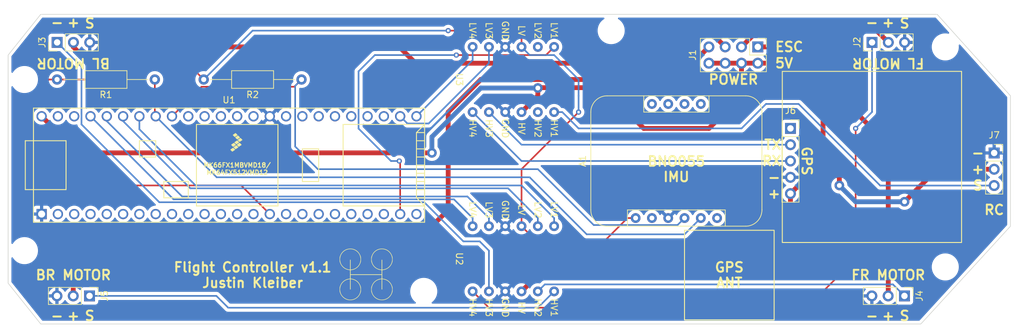
<source format=kicad_pcb>
(kicad_pcb (version 20211014) (generator pcbnew)
  (layers (0 "F.Cu" signal) (31 "B.Cu" signal) (34 "B.Paste" user) (35 "F.Paste" user) (36 "B.SilkS" user "B.Silkscreen") (37 "F.SilkS" user "F.Silkscreen") (38 "B.Mask" user) (39 "F.Mask" user) (44 "Edge.Cuts" user))
  (net 0 "")
  (net 1 "3.3V")
  (net 3 "GND")
  (net 4 "Net-(A1-Pad4)")
  (net 5 "Net-(A1-Pad5)")
  (net 19 "VIN_FL")
  (net 20 "5V_VIN")
  (net 21 "VIN_BL")
  (net 40 "VIN_FR")
  (net 42 "VIN_BR")
  (net 48 "MOTOR_FL")
  (net 49 "MOTOR_BL")
  (net 50 "MOTOR_FR")
  (net 51 "MOTOR_BR")
  (net 54 "RX4")
  (net 55 "TX4")
  (net 56 "TX5")
  (net 57 "RX5")
  (net 58 "A6")
  (net 59 "A7")
  (net 60 "A8")
  (net 61 "A9")
  (net 64 "iA6b_motors")
  (net 66 "GPS_TX")
  (net 67 "GPS_RX")
  (footprint "Connector_PinSocket_2.54mm:PinSocket_1x03_P2.54mm_Vertical" (layer "F.Cu") (at 250.19 105.425)
    (fp_text reference "J7" (at 0 -2.77) (layer "F.SilkS"))
    (fp_text value "Conn_01x03")
    (pad "1" thru_hole rect (at 0 0) (size 1.7 1.7) (drill 1) (layers *.Cu *.Mask) (net 3 "GND"))
    (pad "2" thru_hole oval (at 0 2.54) (size 1.7 1.7) (drill 1) (layers *.Cu *.Mask) (net 20 "5V_VIN"))
    (pad "3" thru_hole oval (at 0 5.08) (size 1.7 1.7) (drill 1) (layers *.Cu *.Mask) (net 64 "iA6b_motors"))
  )
  (footprint "Connector_PinHeader_2.54mm:PinHeader_1x03_P2.54mm_Vertical" (layer "F.Cu") (at 109.205 127.705 -90)
    (fp_text reference "J5" (at 0 -2.33 -90) (layer "F.SilkS"))
    (fp_text value "Conn_01x03")
    (pad "1" thru_hole rect (at 0 0 270) (size 1.7 1.7) (drill 1) (layers *.Cu *.Mask) (net 51 "MOTOR_BR"))
    (pad "2" thru_hole oval (at 0 2.54 270) (size 1.7 1.7) (drill 1) (layers *.Cu *.Mask) (net 42 "VIN_BR"))
    (pad "3" thru_hole oval (at 0 5.08 270) (size 1.7 1.7) (drill 1) (layers *.Cu *.Mask) (net 3 "GND"))
  )
  (footprint "MountingHole:MountingHole_3.2mm_M3" (layer "F.Cu") (at 242.57 123.19)
    (fp_text reference "REF**" hide)
    (fp_text value "MountingHole_3.2mm_M3" hide)
    (pad "" np_thru_hole circle (at 0 0) (size 3.2 3.2) (drill 3.2) (layers *.Cu *.Mask))
  )
  (footprint "SCR:BNO055" (layer "F.Cu") (at 200.66 106.68 90)
    (fp_text reference "A1" (at 0 -14.605 90) (layer "F.SilkS"))
    (fp_text value "BNO055")
    (pad "1" thru_hole circle (at -8.89 -6.35 90) (size 1.524 1.524) (drill 0.762) (layers *.Cu *.Mask) (net 1 "3.3V"))
    (pad "2" thru_hole circle (at -8.89 -3.81 90) (size 1.524 1.524) (drill 0.762) (layers *.Cu *.Mask))
    (pad "3" thru_hole circle (at -8.89 -1.27 90) (size 1.524 1.524) (drill 0.762) (layers *.Cu *.Mask) (net 3 "GND"))
    (pad "4" thru_hole circle (at -8.89 1.27 90) (size 1.524 1.524) (drill 0.762) (layers *.Cu *.Mask) (net 4 "Net-(A1-Pad4)"))
    (pad "5" thru_hole circle (at -8.89 3.81 90) (size 1.524 1.524) (drill 0.762) (layers *.Cu *.Mask) (net 5 "Net-(A1-Pad5)"))
    (pad "6" thru_hole circle (at -8.89 6.35 90) (size 1.524 1.524) (drill 0.762) (layers *.Cu *.Mask))
    (pad "7" thru_hole circle (at 8.89 3.81 90) (size 1.524 1.524) (drill 0.762) (layers *.Cu *.Mask))
    (pad "8" thru_hole circle (at 8.89 1.27 90) (size 1.524 1.524) (drill 0.762) (layers *.Cu *.Mask))
    (pad "9" thru_hole circle (at 8.89 -1.27 90) (size 1.524 1.524) (drill 0.762) (layers *.Cu *.Mask))
    (pad "10" thru_hole circle (at 8.89 -3.81 90) (size 1.524 1.524) (drill 0.762) (layers *.Cu *.Mask))
  )
  (footprint "Teensy:Teensy35_36_outerpins" (layer "F.Cu") (at 130.945 107.33)
    (fp_text reference "U1" (at 0 -10.16) (layer "F.SilkS"))
    (fp_text value "Teensy3.6")
    (fp_text user "MK66FX1MBVMD18/" (at 1.27 0) (layer "F.SilkS") (effects (font (size 0.7 0.7))))
    (fp_text user "MK64FX512VMD12" (at 1.27 1.143) (layer "F.SilkS") (effects (font (size 0.7 0.7))))
    (pad "1" thru_hole rect (at -29.21 7.62) (size 1.6 1.6) (drill 1.1) (layers *.Cu *.Mask) (net 3 "GND"))
    (pad "2" thru_hole circle (at -26.67 7.62) (size 1.6 1.6) (drill 1.1) (layers *.Cu *.Mask))
    (pad "3" thru_hole circle (at -24.13 7.62) (size 1.6 1.6) (drill 1.1) (layers *.Cu *.Mask))
    (pad "4" thru_hole circle (at -21.59 7.62) (size 1.6 1.6) (drill 1.1) (layers *.Cu *.Mask))
    (pad "5" thru_hole circle (at -19.05 7.62) (size 1.6 1.6) (drill 1.1) (layers *.Cu *.Mask))
    (pad "6" thru_hole circle (at -16.51 7.62) (size 1.6 1.6) (drill 1.1) (layers *.Cu *.Mask))
    (pad "7" thru_hole circle (at -13.97 7.62) (size 1.6 1.6) (drill 1.1) (layers *.Cu *.Mask))
    (pad "8" thru_hole circle (at -11.43 7.62) (size 1.6 1.6) (drill 1.1) (layers *.Cu *.Mask))
    (pad "9" thru_hole circle (at -8.89 7.62) (size 1.6 1.6) (drill 1.1) (layers *.Cu *.Mask))
    (pad "10" thru_hole circle (at -6.35 7.62) (size 1.6 1.6) (drill 1.1) (layers *.Cu *.Mask))
    (pad "11" thru_hole circle (at -3.81 7.62) (size 1.6 1.6) (drill 1.1) (layers *.Cu *.Mask))
    (pad "12" thru_hole circle (at -1.27 7.62) (size 1.6 1.6) (drill 1.1) (layers *.Cu *.Mask))
    (pad "13" thru_hole circle (at 1.27 7.62) (size 1.6 1.6) (drill 1.1) (layers *.Cu *.Mask))
    (pad "14" thru_hole circle (at 3.81 7.62) (size 1.6 1.6) (drill 1.1) (layers *.Cu *.Mask))
    (pad "15" thru_hole circle (at 6.35 7.62) (size 1.6 1.6) (drill 1.1) (layers *.Cu *.Mask) (net 1 "3.3V"))
    (pad "16" thru_hole circle (at 8.89 7.62) (size 1.6 1.6) (drill 1.1) (layers *.Cu *.Mask))
    (pad "17" thru_hole circle (at 11.43 7.62) (size 1.6 1.6) (drill 1.1) (layers *.Cu *.Mask))
    (pad "18" thru_hole circle (at 13.97 7.62) (size 1.6 1.6) (drill 1.1) (layers *.Cu *.Mask))
    (pad "19" thru_hole circle (at 16.51 7.62) (size 1.6 1.6) (drill 1.1) (layers *.Cu *.Mask))
    (pad "20" thru_hole circle (at 19.05 7.62) (size 1.6 1.6) (drill 1.1) (layers *.Cu *.Mask))
    (pad "21" thru_hole circle (at 21.59 7.62) (size 1.6 1.6) (drill 1.1) (layers *.Cu *.Mask))
    (pad "22" thru_hole circle (at 24.13 7.62) (size 1.6 1.6) (drill 1.1) (layers *.Cu *.Mask))
    (pad "23" thru_hole circle (at 26.67 7.62) (size 1.6 1.6) (drill 1.1) (layers *.Cu *.Mask) (net 54 "RX4"))
    (pad "24" thru_hole circle (at 29.21 7.62) (size 1.6 1.6) (drill 1.1) (layers *.Cu *.Mask) (net 55 "TX4"))
    (pad "30" thru_hole circle (at 29.21 -7.62) (size 1.6 1.6) (drill 1.1) (layers *.Cu *.Mask) (net 56 "TX5"))
    (pad "31" thru_hole circle (at 26.67 -7.62) (size 1.6 1.6) (drill 1.1) (layers *.Cu *.Mask) (net 57 "RX5"))
    (pad "32" thru_hole circle (at 24.13 -7.62) (size 1.6 1.6) (drill 1.1) (layers *.Cu *.Mask))
    (pad "33" thru_hole circle (at 21.59 -7.62) (size 1.6 1.6) (drill 1.1) (layers *.Cu *.Mask))
    (pad "34" thru_hole circle (at 19.05 -7.62) (size 1.6 1.6) (drill 1.1) (layers *.Cu *.Mask))
    (pad "35" thru_hole circle (at 16.51 -7.62) (size 1.6 1.6) (drill 1.1) (layers *.Cu *.Mask))
    (pad "36" thru_hole circle (at 13.97 -7.62) (size 1.6 1.6) (drill 1.1) (layers *.Cu *.Mask))
    (pad "37" thru_hole circle (at 11.43 -7.62) (size 1.6 1.6) (drill 1.1) (layers *.Cu *.Mask))
    (pad "38" thru_hole circle (at 8.89 -7.62) (size 1.6 1.6) (drill 1.1) (layers *.Cu *.Mask))
    (pad "39" thru_hole circle (at 6.35 -7.62) (size 1.6 1.6) (drill 1.1) (layers *.Cu *.Mask) (net 3 "GND"))
    (pad "40" thru_hole circle (at 3.81 -7.62) (size 1.6 1.6) (drill 1.1) (layers *.Cu *.Mask))
    (pad "41" thru_hole circle (at 1.27 -7.62) (size 1.6 1.6) (drill 1.1) (layers *.Cu *.Mask))
    (pad "42" thru_hole circle (at -1.27 -7.62) (size 1.6 1.6) (drill 1.1) (layers *.Cu *.Mask))
    (pad "43" thru_hole circle (at -3.81 -7.62) (size 1.6 1.6) (drill 1.1) (layers *.Cu *.Mask))
    (pad "44" thru_hole circle (at -6.35 -7.62) (size 1.6 1.6) (drill 1.1) (layers *.Cu *.Mask))
    (pad "45" thru_hole circle (at -8.89 -7.62) (size 1.6 1.6) (drill 1.1) (layers *.Cu *.Mask) (net 4 "Net-(A1-Pad4)"))
    (pad "46" thru_hole circle (at -11.43 -7.62) (size 1.6 1.6) (drill 1.1) (layers *.Cu *.Mask) (net 5 "Net-(A1-Pad5)"))
    (pad "47" thru_hole circle (at -13.97 -7.62) (size 1.6 1.6) (drill 1.1) (layers *.Cu *.Mask) (net 58 "A6"))
    (pad "48" thru_hole circle (at -16.51 -7.62) (size 1.6 1.6) (drill 1.1) (layers *.Cu *.Mask) (net 59 "A7"))
    (pad "49" thru_hole circle (at -19.05 -7.62) (size 1.6 1.6) (drill 1.1) (layers *.Cu *.Mask) (net 60 "A8"))
    (pad "50" thru_hole circle (at -21.59 -7.62) (size 1.6 1.6) (drill 1.1) (layers *.Cu *.Mask) (net 61 "A9"))
    (pad "51" thru_hole circle (at -24.13 -7.62) (size 1.6 1.6) (drill 1.1) (layers *.Cu *.Mask))
    (pad "52" thru_hole circle (at -26.67 -7.62) (size 1.6 1.6) (drill 1.1) (layers *.Cu *.Mask))
    (pad "53" thru_hole circle (at -29.21 -7.62) (size 1.6 1.6) (drill 1.1) (layers *.Cu *.Mask) (net 20 "5V_VIN"))
  )
  (footprint "Connector_PinHeader_2.54mm:PinHeader_1x03_P2.54mm_Vertical" (layer "F.Cu") (at 104.155 88.195 90)
    (fp_text reference "J3" (at 0 -2.33 90) (layer "F.SilkS"))
    (fp_text value "Conn_01x03")
    (pad "1" thru_hole rect (at 0 0 90) (size 1.7 1.7) (drill 1) (layers *.Cu *.Mask) (net 49 "MOTOR_BL"))
    (pad "2" thru_hole oval (at 0 2.54 90) (size 1.7 1.7) (drill 1) (layers *.Cu *.Mask) (net 21 "VIN_BL"))
    (pad "3" thru_hole oval (at 0 5.08 90) (size 1.7 1.7) (drill 1) (layers *.Cu *.Mask) (net 3 "GND"))
  )
  (footprint "KleiCad:Logic_Level_Converter" (layer "F.Cu") (at 171.45 121.92 -90)
    (fp_text reference "U2" (at 0 4.62 -90 unlocked) (layer "F.SilkS"))
    (fp_text value "Logic_Level_Converter")
    (fp_text user "HV2" (at 7.62 -7.62 -90 unlocked) (layer "F.SilkS"))
    (fp_text user "GND" (at 7.62 -2.54 -90 unlocked) (layer "F.SilkS"))
    (fp_text user "HV" (at 7.62 -5.08 -90 unlocked) (layer "F.SilkS"))
    (fp_text user "HV4" (at 7.62 2.54 -90 unlocked) (layer "F.SilkS"))
    (fp_text user "HV1" (at 7.62 -10.16 -90 unlocked) (layer "F.SilkS"))
    (fp_text user "LV1" (at -7.62 -10.16 -90 unlocked) (layer "F.SilkS"))
    (fp_text user "HV3" (at 7.62 0 -90 unlocked) (layer "F.SilkS"))
    (fp_text user "LV" (at -7.62 -5.08 -90 unlocked) (layer "F.SilkS"))
    (fp_text user "LV2" (at -7.62 -7.62 -90 unlocked) (layer "F.SilkS"))
    (fp_text user "LV4" (at -7.62 2.54 -90 unlocked) (layer "F.SilkS"))
    (fp_text user "GND" (at -7.62 -2.54 -90 unlocked) (layer "F.SilkS"))
    (fp_text user "LV3" (at -7.62 0 -90 unlocked) (layer "F.SilkS"))
    (pad "1" thru_hole circle (at -5.08 -10.16 270) (size 1.524 1.524) (drill 0.762) (layers *.Cu *.Mask) (net 58 "A6"))
    (pad "2" thru_hole circle (at -5.08 -7.62 270) (size 1.524 1.524) (drill 0.762) (layers *.Cu *.Mask) (net 59 "A7"))
    (pad "3" thru_hole circle (at -5.08 -5.08 270) (size 1.524 1.524) (drill 0.762) (layers *.Cu *.Mask) (net 1 "3.3V"))
    (pad "4" thru_hole circle (at -5.08 -2.54 270) (size 1.524 1.524) (drill 0.762) (layers *.Cu *.Mask) (net 3 "GND"))
    (pad "5" thru_hole circle (at -5.08 0 270) (size 1.524 1.524) (drill 0.762) (layers *.Cu *.Mask) (net 60 "A8"))
    (pad "6" thru_hole circle (at -5.08 2.54 270) (size 1.524 1.524) (drill 0.762) (layers *.Cu *.Mask) (net 61 "A9"))
    (pad "7" thru_hole circle (at 5.08 2.54 270) (size 1.524 1.524) (drill 0.762) (layers *.Cu *.Mask) (net 48 "MOTOR_FL"))
    (pad "8" thru_hole circle (at 5.08 0 270) (size 1.524 1.524) (drill 0.762) (layers *.Cu *.Mask) (net 49 "MOTOR_BL"))
    (pad "9" thru_hole circle (at 5.08 -2.54 270) (size 1.524 1.524) (drill 0.762) (layers *.Cu *.Mask) (net 3 "GND"))
    (pad "10" thru_hole circle (at 5.08 -5.08 270) (size 1.524 1.524) (drill 0.762) (layers *.Cu *.Mask) (net 20 "5V_VIN"))
    (pad "11" thru_hole circle (at 5.08 -7.62 270) (size 1.524 1.524) (drill 0.762) (layers *.Cu *.Mask) (net 50 "MOTOR_FR"))
    (pad "12" thru_hole circle (at 5.08 -10.16 270) (size 1.524 1.524) (drill 0.762) (layers *.Cu *.Mask) (net 51 "MOTOR_BR"))
  )
  (footprint "MountingHole:MountingHole_3.2mm_M3" (layer "F.Cu") (at 242.57 88.9)
    (fp_text reference "REF**" hide)
    (fp_text value "MountingHole_3.2mm_M3" hide)
    (pad "" np_thru_hole circle (at 0 0) (size 3.2 3.2) (drill 3.2) (layers *.Cu *.Mask))
  )
  (footprint "Resistor_THT:R_Axial_DIN0207_L6.3mm_D2.5mm_P15.24mm_Horizontal" (layer "F.Cu") (at 142.24 93.98 180)
    (fp_text reference "R2" (at 7.62 -2.37) (layer "F.SilkS"))
    (fp_text value "1k")
    (pad "1" thru_hole circle (at 0 0 180) (size 1.6 1.6) (drill 0.8) (layers *.Cu *.Mask) (net 4 "Net-(A1-Pad4)"))
    (pad "2" thru_hole oval (at 15.24 0 180) (size 1.6 1.6) (drill 0.8) (layers *.Cu *.Mask) (net 1 "3.3V"))
  )
  (footprint "Connector_PinHeader_2.54mm:PinHeader_1x03_P2.54mm_Vertical" (layer "F.Cu") (at 231.155 88.195 90)
    (fp_text reference "J2" (at 0 -2.33 90) (layer "F.SilkS"))
    (fp_text value "Conn_01x03")
    (pad "1" thru_hole rect (at 0 0 90) (size 1.7 1.7) (drill 1) (layers *.Cu *.Mask) (net 48 "MOTOR_FL"))
    (pad "2" thru_hole oval (at 0 2.54 90) (size 1.7 1.7) (drill 1) (layers *.Cu *.Mask) (net 19 "VIN_FL"))
    (pad "3" thru_hole oval (at 0 5.08 90) (size 1.7 1.7) (drill 1) (layers *.Cu *.Mask) (net 3 "GND"))
  )
  (footprint "Connector_PinHeader_2.54mm:PinHeader_1x03_P2.54mm_Vertical" (layer "F.Cu") (at 236.205 127.705 -90)
    (fp_text reference "J4" (at 0 -2.33 -90) (layer "F.SilkS"))
    (fp_text value "Conn_01x03")
    (pad "1" thru_hole rect (at 0 0 270) (size 1.7 1.7) (drill 1) (layers *.Cu *.Mask) (net 50 "MOTOR_FR"))
    (pad "2" thru_hole oval (at 0 2.54 270) (size 1.7 1.7) (drill 1) (layers *.Cu *.Mask) (net 40 "VIN_FR"))
    (pad "3" thru_hole oval (at 0 5.08 270) (size 1.7 1.7) (drill 1) (layers *.Cu *.Mask) (net 3 "GND"))
  )
  (footprint "MountingHole:MountingHole_3.2mm_M3" (layer "F.Cu") (at 190.5 86.36)
    (fp_text reference "REF**" hide)
    (fp_text value "MountingHole_3.2mm_M3" hide)
    (pad "" np_thru_hole circle (at 0 0) (size 3.2 3.2) (drill 3.2) (layers *.Cu *.Mask))
  )
  (footprint "MountingHole:MountingHole_3.2mm_M3" (layer "F.Cu") (at 161.29 127)
    (fp_text reference "REF**" hide)
    (fp_text value "MountingHole_3.2mm_M3" hide)
    (pad "" np_thru_hole circle (at 0 0) (size 3.2 3.2) (drill 3.2) (layers *.Cu *.Mask))
  )
  (footprint "Connector_PinHeader_2.54mm:PinHeader_2x04_P2.54mm_Vertical" (layer "F.Cu") (at 213.35 88.895 -90)
    (fp_text reference "J1" (at 1.27 10.15 90) (layer "F.SilkS"))
    (fp_text value "Conn_02x04_Odd_Even")
    (pad "1" thru_hole rect (at 0 0 270) (size 1.7 1.7) (drill 1) (layers *.Cu *.Mask) (net 40 "VIN_FR"))
    (pad "2" thru_hole oval (at 2.54 0 270) (size 1.7 1.7) (drill 1) (layers *.Cu *.Mask) (net 20 "5V_VIN"))
    (pad "3" thru_hole oval (at 0 2.54 270) (size 1.7 1.7) (drill 1) (layers *.Cu *.Mask) (net 19 "VIN_FL"))
    (pad "4" thru_hole oval (at 2.54 2.54 270) (size 1.7 1.7) (drill 1) (layers *.Cu *.Mask) (net 20 "5V_VIN"))
    (pad "5" thru_hole oval (at 0 5.08 270) (size 1.7 1.7) (drill 1) (layers *.Cu *.Mask) (net 21 "VIN_BL"))
    (pad "6" thru_hole oval (at 2.54 5.08 270) (size 1.7 1.7) (drill 1) (layers *.Cu *.Mask) (net 20 "5V_VIN"))
    (pad "7" thru_hole oval (at 0 7.62 270) (size 1.7 1.7) (drill 1) (layers *.Cu *.Mask) (net 42 "VIN_BR"))
    (pad "8" thru_hole oval (at 2.54 7.62 270) (size 1.7 1.7) (drill 1) (layers *.Cu *.Mask) (net 20 "5V_VIN"))
  )
  (footprint "KleiCad:Logic_Level_Converter" (layer "F.Cu") (at 171.45 93.98 -90)
    (fp_text reference "U3" (at 0 4.62 -90 unlocked) (layer "F.SilkS"))
    (fp_text value "Logic_Level_Converter")
    (fp_text user "HV1" (at 7.62 -10.16 -90 unlocked) (layer "F.SilkS"))
    (fp_text user "GND" (at -7.62 -2.54 -90 unlocked) (layer "F.SilkS"))
    (fp_text user "HV2" (at 7.62 -7.62 -90 unlocked) (layer "F.SilkS"))
    (fp_text user "LV2" (at -7.62 -7.62 -90 unlocked) (layer "F.SilkS"))
    (fp_text user "HV" (at 7.62 -5.08 -90 unlocked) (layer "F.SilkS"))
    (fp_text user "LV3" (at -7.62 0 -90 unlocked) (layer "F.SilkS"))
    (fp_text user "LV" (at -7.62 -5.08 -90 unlocked) (layer "F.SilkS"))
    (fp_text user "GND" (at 7.62 -2.54 -90 unlocked) (layer "F.SilkS"))
    (fp_text user "LV4" (at -7.62 2.54 -90 unlocked) (layer "F.SilkS"))
    (fp_text user "HV4" (at 7.62 2.54 -90 unlocked) (layer "F.SilkS"))
    (fp_text user "LV1" (at -7.62 -10.16 -90 unlocked) (layer "F.SilkS"))
    (fp_text user "HV3" (at 7.62 0 -90 unlocked) (layer "F.SilkS"))
    (pad "1" thru_hole circle (at -5.08 -10.16 270) (size 1.524 1.524) (drill 0.762) (layers *.Cu *.Mask) (net 54 "RX4"))
    (pad "2" thru_hole circle (at -5.08 -7.62 270) (size 1.524 1.524) (drill 0.762) (layers *.Cu *.Mask))
    (pad "3" thru_hole circle (at -5.08 -5.08 270) (size 1.524 1.524) (drill 0.762) (layers *.Cu *.Mask) (net 1 "3.3V"))
    (pad "4" thru_hole circle (at -5.08 -2.54 270) (size 1.524 1.524) (drill 0.762) (layers *.Cu *.Mask) (net 3 "GND"))
    (pad "5" thru_hole circle (at -5.08 0 270) (size 1.524 1.524) (drill 0.762) (layers *.Cu *.Mask) (net 57 "RX5"))
    (pad "6" thru_hole circle (at -5.08 2.54 270) (size 1.524 1.524) (drill 0.762) (layers *.Cu *.Mask) (net 56 "TX5"))
    (pad "7" thru_hole circle (at 5.08 2.54 270) (size 1.524 1.524) (drill 0.762) (layers *.Cu *.Mask) (net 67 "GPS_RX"))
    (pad "8" thru_hole circle (at 5.08 0 270) (size 1.524 1.524) (drill 0.762) (layers *.Cu *.Mask) (net 66 "GPS_TX"))
    (pad "9" thru_hole circle (at 5.08 -2.54 270) (size 1.524 1.524) (drill 0.762) (layers *.Cu *.Mask) (net 3 "GND"))
    (pad "10" thru_hole circle (at 5.08 -5.08 270) (size 1.524 1.524) (drill 0.762) (layers *.Cu *.Mask) (net 20 "5V_VIN"))
    (pad "11" thru_hole circle (at 5.08 -7.62 270) (size 1.524 1.524) (drill 0.762) (layers *.Cu *.Mask))
    (pad "12" thru_hole circle (at 5.08 -10.16 270) (size 1.524 1.524) (drill 0.762) (layers *.Cu *.Mask) (net 64 "iA6b_motors"))
  )
  (footprint "Connector_PinSocket_2.54mm:PinSocket_1x05_P2.54mm_Vertical" (layer "F.Cu") (at 218.44 101.6)
    (fp_text reference "J6" (at 0 -2.77) (layer "F.SilkS"))
    (fp_text value "Conn_01x05")
    (pad "1" thru_hole rect (at 0 0) (size 1.7 1.7) (drill 1) (layers *.Cu *.Mask))
    (pad "2" thru_hole oval (at 0 2.54) (size 1.7 1.7) (drill 1) (layers *.Cu *.Mask) (net 66 "GPS_TX"))
    (pad "3" thru_hole oval (at 0 5.08) (size 1.7 1.7) (drill 1) (layers *.Cu *.Mask) (net 67 "GPS_RX"))
    (pad "4" thru_hole oval (at 0 7.62) (size 1.7 1.7) (drill 1) (layers *.Cu *.Mask) (net 3 "GND"))
    (pad "5" thru_hole oval (at 0 10.16) (size 1.7 1.7) (drill 1) (layers *.Cu *.Mask) (net 20 "5V_VIN"))
  )
  (footprint "MountingHole:MountingHole_3.2mm_M3" (layer "F.Cu") (at 99.06 93.98)
    (fp_text reference "REF**" hide)
    (fp_text value "MountingHole_3.2mm_M3" hide)
    (pad "" np_thru_hole circle (at 0 0) (size 3.2 3.2) (drill 3.2) (layers *.Cu *.Mask))
  )
  (footprint "Resistor_THT:R_Axial_DIN0207_L6.3mm_D2.5mm_P15.24mm_Horizontal" (layer "F.Cu") (at 119.38 93.98 180)
    (fp_text reference "R1" (at 7.62 -2.37) (layer "F.SilkS"))
    (fp_text value "1k")
    (pad "1" thru_hole circle (at 0 0 180) (size 1.6 1.6) (drill 0.8) (layers *.Cu *.Mask) (net 5 "Net-(A1-Pad5)"))
    (pad "2" thru_hole oval (at 15.24 0 180) (size 1.6 1.6) (drill 0.8) (layers *.Cu *.Mask) (net 1 "3.3V"))
  )
  (footprint "KleiCad:H_quadcopter" (layer "F.Cu") (at 152.4 124.46)
    (fp_text reference "G***" hide)
    (fp_text value "LOGO" hide)
  )
  (footprint "MountingHole:MountingHole_3.2mm_M3" (layer "F.Cu") (at 99.06 120.65)
    (fp_text reference "REF**" hide)
    (fp_text value "MountingHole_3.2mm_M3" hide)
    (pad "" np_thru_hole circle (at 0 0) (size 3.2 3.2) (drill 3.2) (layers *.Cu *.Mask))
  )
  (gr_rect (start 201.93 117.475) (end 215.9 131.445) (layer "F.SilkS") (width 0.15) (fill none))
  (gr_rect (start 217.17 92.71) (end 245.11 119.38) (layer "F.SilkS") (width 0.15) (fill none))
  (gr_poly (pts (xy 252.73 96.52) (xy 252.73 116.84) (xy 238.76 132.08) (xy 101.6 132.08) (xy 96.52 125.73) (xy 96.52 90.17) (xy 101.6 83.82) (xy 241.3 83.82)) (layer "Edge.Cuts") (width 0.1) (fill none))
  (gr_text "S" (at 109.235 85.09 180) (layer "F.SilkS") (effects (font (size 1.5 1.5) (thickness 0.3))))
  (gr_text "BR MOTOR" (at 106.68 124.46) (layer "F.SilkS") (effects (font (size 1.5 1.5) (thickness 0.3))))
  (gr_text "-" (at 104.155 85.09) (layer "F.SilkS") (effects (font (size 1.5 1.5) (thickness 0.3))))
  (gr_text "FL MOTOR" (at 233.68 91.44 180) (layer "F.SilkS") (effects (font (size 1.5 1.5) (thickness 0.3))))
  (gr_text "ESC" (at 215.9 88.9) (layer "F.SilkS") (effects (font (size 1.5 1.5) (thickness 0.3)) (justify left)))
  (gr_text "+" (at 233.68 85.09) (layer "F.SilkS") (effects (font (size 1.5 1.5) (thickness 0.3))))
  (gr_text "POWER" (at 209.55 93.98) (layer "F.SilkS") (effects (font (size 1.5 1.5) (thickness 0.3))))
  (gr_text "S" (at 247.65 110.49) (layer "F.SilkS") (effects (font (size 1.5 1.5) (thickness 0.3))))
  (gr_text "GPS\nANT" (at 208.915 124.46) (layer "F.SilkS") (effects (font (size 1.5 1.5) (thickness 0.3))))
  (gr_text "-" (at 247.65 105.41) (layer "F.SilkS") (effects (font (size 1.5 1.5) (thickness 0.3))))
  (gr_text "-" (at 231.14 130.81) (layer "F.SilkS") (effects (font (size 1.5 1.5) (thickness 0.3))))
  (gr_text "+" (at 233.68 130.81) (layer "F.SilkS") (effects (font (size 1.5 1.5) (thickness 0.3))))
  (gr_text "S" (at 109.22 130.81) (layer "F.SilkS") (effects (font (size 1.5 1.5) (thickness 0.3))))
  (gr_text "GPS" (at 220.98 106.68 270) (layer "F.SilkS") (effects (font (size 1.5 1.5) (thickness 0.3))))
  (gr_text "5V" (at 215.9 91.44) (layer "F.SilkS") (effects (font (size 1.5 1.5) (thickness 0.3)) (justify left)))
  (gr_text "S" (at 236.22 85.09 180) (layer "F.SilkS") (effects (font (size 1.5 1.5) (thickness 0.3))))
  (gr_text "RC" (at 250.19 114.3) (layer "F.SilkS") (effects (font (size 1.5 1.5) (thickness 0.3))))
  (gr_text "+" (at 247.65 107.95) (layer "F.SilkS") (effects (font (size 1.5 1.5) (thickness 0.3))))
  (gr_text "+" (at 106.68 130.81) (layer "F.SilkS") (effects (font (size 1.5 1.5) (thickness 0.3))))
  (gr_text "BL MOTOR" (at 106.68 91.44 180) (layer "F.SilkS") (effects (font (size 1.5 1.5) (thickness 0.3))))
  (gr_text "-" (at 104.14 130.81) (layer "F.SilkS") (effects (font (size 1.5 1.5) (thickness 0.3))))
  (gr_text "+" (at 106.695 85.09) (layer "F.SilkS") (effects (font (size 1.5 1.5) (thickness 0.3))))
  (gr_text "S" (at 236.22 130.81) (layer "F.SilkS") (effects (font (size 1.5 1.5) (thickness 0.3))))
  (gr_text "FR MOTOR" (at 233.68 124.46) (layer "F.SilkS") (effects (font (size 1.5 1.5) (thickness 0.3))))
  (gr_text "-" (at 215.9 109.22) (layer "F.SilkS") (effects (font (size 1.5 1.5) (thickness 0.3))))
  (gr_text "+" (at 215.9 111.76) (layer "F.SilkS") (effects (font (size 1.5 1.5) (thickness 0.3))))
  (gr_text "-" (at 231.14 85.09) (layer "F.SilkS") (effects (font (size 1.5 1.5) (thickness 0.3))))
  (gr_text "RX" (at 217.17 106.68) (layer "F.SilkS") (effects (font (size 1.5 1.5) (thickness 0.3)) (justify right)))
  (gr_text "Flight Controller v1.1\nJustin Kleiber" (at 134.62 124.46) (layer "F.SilkS") (effects (font (size 1.5 1.5) (thickness 0.3))))
  (gr_text "BNO055\nIMU" (at 200.66 107.95) (layer "F.SilkS") (effects (font (size 1.5 1.5) (thickness 0.3))))
  (gr_text "TX" (at 217.17 104.14) (layer "F.SilkS") (effects (font (size 1.5 1.5) (thickness 0.3)) (justify right)))
  (segment (start 165.1 86.36) (end 175.26 86.36) (width 0.25) (layer "F.Cu") (net 1))
  (segment (start 189.23 119.38) (end 179.07 119.38) (width 0.25) (layer "F.Cu") (net 1))
  (segment (start 179.07 119.38) (end 176.53 116.84) (width 0.25) (layer "F.Cu") (net 1))
  (segment (start 125.16 92.14) (end 127 93.98) (width 0.25) (layer "F.Cu") (net 1))
  (segment (start 116.84 92.14) (end 125.16 92.14) (width 0.25) (layer "F.Cu") (net 1))
  (segment (start 99.06 97.79) (end 102.87 93.98) (width 0.25) (layer "F.Cu") (net 1))
  (segment (start 175.26 86.36) (end 176.53 87.63) (width 0.25) (layer "F.Cu") (net 1))
  (segment (start 132.835 110.49) (end 104.14 110.49) (width 0.25) (layer "F.Cu") (net 1))
  (segment (start 102.87 93.98) (end 104.14 93.98) (width 0.25) (layer "F.Cu") (net 1))
  (segment (start 176.53 107.95) (end 176.53 116.84) (width 0.25) (layer "F.Cu") (net 1))
  (segment (start 104.14 110.49) (end 99.06 105.41) (width 0.25) (layer "F.Cu") (net 1))
  (segment (start 193.04 115.57) (end 189.23 119.38) (width 0.25) (layer "F.Cu") (net 1))
  (segment (start 115 93.98) (end 116.84 92.14) (width 0.25) (layer "F.Cu") (net 1))
  (segment (start 104.14 93.98) (end 115 93.98) (width 0.25) (layer "F.Cu") (net 1))
  (segment (start 194.31 115.57) (end 193.04 115.57) (width 0.25) (layer "F.Cu") (net 1))
  (segment (start 176.53 87.63) (end 176.53 88.9) (width 0.25) (layer "F.Cu") (net 1))
  (segment (start 185.42 99.06) (end 176.53 107.95) (width 0.25) (layer "F.Cu") (net 1))
  (segment (start 137.295 114.95) (end 132.835 110.49) (width 0.25) (layer "F.Cu") (net 1))
  (segment (start 99.06 105.41) (end 99.06 97.79) (width 0.25) (layer "F.Cu") (net 1))
  (via (at 185.42 99.06) (size 0.8) (drill 0.4) (layers "F.Cu" "B.Cu") (net 1))
  (via (at 165.1 86.36) (size 0.8) (drill 0.4) (layers "F.Cu" "B.Cu") (net 1))
  (segment (start 181.61 90.17) (end 177.8 90.17) (width 0.25) (layer "B.Cu") (net 1))
  (segment (start 185.42 96.52) (end 185.42 93.98) (width 0.25) (layer "B.Cu") (net 1))
  (segment (start 185.42 93.98) (end 181.61 90.17) (width 0.25) (layer "B.Cu") (net 1))
  (segment (start 177.8 90.17) (end 176.53 88.9) (width 0.25) (layer "B.Cu") (net 1))
  (segment (start 185.42 96.52) (end 185.42 99.06) (width 0.25) (layer "B.Cu") (net 1))
  (segment (start 134.62 86.36) (end 165.1 86.36) (width 0.25) (layer "B.Cu") (net 1))
  (segment (start 127 93.98) (end 134.62 86.36) (width 0.25) (layer "B.Cu") (net 1))
  (segment (start 142.24 93.98) (end 141.115 95.105) (width 0.25) (layer "F.Cu") (net 4))
  (segment (start 126.66 95.105) (end 122.055 99.71) (width 0.25) (layer "F.Cu") (net 4))
  (segment (start 141.115 95.105) (end 126.66 95.105) (width 0.25) (layer "F.Cu") (net 4))
  (segment (start 187.777 116.657) (end 200.843 116.657) (width 0.25) (layer "B.Cu") (net 4))
  (segment (start 200.843 116.657) (end 201.93 115.57) (width 0.25) (layer "B.Cu") (net 4))
  (segment (start 141.25 94.97) (end 141.25 104.42) (width 0.25) (layer "B.Cu") (net 4))
  (segment (start 179.07 107.95) (end 187.777 116.657) (width 0.25) (layer "B.Cu") (net 4))
  (segment (start 141.25 104.42) (end 144.78 107.95) (width 0.25) (layer "B.Cu") (net 4))
  (segment (start 144.78 107.95) (end 179.07 107.95) (width 0.25) (layer "B.Cu") (net 4))
  (segment (start 142.24 93.98) (end 141.25 94.97) (width 0.25) (layer "B.Cu") (net 4))
  (segment (start 119.38 99.575) (end 119.515 99.71) (width 0.25) (layer "F.Cu") (net 5))
  (segment (start 119.38 93.98) (end 119.38 99.575) (width 0.25) (layer "F.Cu") (net 5))
  (segment (start 201.93 118.11) (end 204.47 115.57) (width 0.25) (layer "B.Cu") (net 5))
  (segment (start 177.8 109.22) (end 186.69 118.11) (width 0.25) (layer "B.Cu") (net 5))
  (segment (start 129.025 109.22) (end 177.8 109.22) (width 0.25) (layer "B.Cu") (net 5))
  (segment (start 119.515 99.71) (end 129.025 109.22) (width 0.25) (layer "B.Cu") (net 5))
  (segment (start 186.69 118.11) (end 201.93 118.11) (width 0.25) (layer "B.Cu") (net 5))
  (segment (start 233.695 88.195) (end 231.86 86.36) (width 0.75) (layer "F.Cu") (net 19))
  (segment (start 231.86 86.36) (end 213.345 86.36) (width 0.75) (layer "F.Cu") (net 19))
  (segment (start 213.345 86.36) (end 210.81 88.895) (width 0.75) (layer "F.Cu") (net 19))
  (segment (start 241.285 107.965) (end 236.22 113.03) (width 0.75) (layer "F.Cu") (net 20))
  (segment (start 210.81 96.51) (end 210.81 91.435) (width 0.75) (layer "F.Cu") (net 20))
  (segment (start 213.35 91.435) (end 210.81 91.435) (width 0.75) (layer "F.Cu") (net 20))
  (segment (start 179.07 124.46) (end 176.53 127) (width 0.75) (layer "F.Cu") (net 20))
  (segment (start 218.44 111.76) (end 218.44 121.92) (width 0.75) (layer "F.Cu") (net 20))
  (segment (start 210.81 91.435) (end 208.27 91.435) (width 0.75) (layer "F.Cu") (net 20))
  (segment (start 223.52 106.68) (end 223.52 96.52) (width 0.75) (layer "F.Cu") (net 20))
  (segment (start 215.9 124.46) (end 179.07 124.46) (width 0.75) (layer "F.Cu") (net 20))
  (segment (start 218.44 111.76) (end 223.52 106.68) (width 0.75) (layer "F.Cu") (net 20))
  (segment (start 218.435 91.435) (end 213.35 91.435) (width 0.75) (layer "F.Cu") (net 20))
  (segment (start 218.44 121.92) (end 215.9 124.46) (width 0.75) (layer "F.Cu") (net 20))
  (segment (start 189.23 95.25) (end 179.07 95.25) (width 0.75) (layer "F.Cu") (net 20))
  (segment (start 205.74 101.6) (end 210.82 96.52) (width 0.75) (layer "F.Cu") (net 20))
  (segment (start 195.58 101.6) (end 205.74 101.6) (width 0.75) (layer "F.Cu") (net 20))
  (segment (start 250.19 107.965) (end 241.285 107.965) (width 0.75) (layer "F.Cu") (net 20))
  (segment (start 210.82 96.52) (end 210.81 96.51) (width 0.75) (layer "F.Cu") (net 20))
  (segment (start 179.07 95.3045) (end 179.07 96.52) (width 0.75) (layer "F.Cu") (net 20))
  (segment (start 226.06 109.22) (end 223.52 106.68) (width 0.75) (layer "F.Cu") (net 20))
  (segment (start 107.435 105.41) (end 162.56 105.41) (width 0.75) (layer "F.Cu") (net 20))
  (segment (start 179.07 96.52) (end 176.53 99.06) (width 0.75) (layer "F.Cu") (net 20))
  (segment (start 208.27 91.435) (end 205.73 91.435) (width 0.75) (layer "F.Cu") (net 20))
  (segment (start 226.06 110.49) (end 226.06 109.22) (width 0.75) (layer "F.Cu") (net 20))
  (segment (start 223.52 96.52) (end 218.435 91.435) (width 0.75) (layer "F.Cu") (net 20))
  (segment (start 101.735 99.71) (end 107.435 105.41) (width 0.75) (layer "F.Cu") (net 20))
  (segment (start 189.23 95.25) (end 195.58 101.6) (width 0.75) (layer "F.Cu") (net 20))
  (via (at 226.06 110.49) (size 1.5) (drill 0.75) (layers "F.Cu" "B.Cu") (net 20))
  (via (at 179.07 95.3045) (size 1.5) (drill 0.75) (layers "F.Cu" "B.Cu") (net 20))
  (via (at 236.22 113.03) (size 1.5) (drill 0.75) (layers "F.Cu" "B.Cu") (net 20))
  (via (at 162.56 105.41) (size 1.5) (drill 0.75) (layers "F.Cu" "B.Cu") (net 20))
  (segment (start 179.07 95.3045) (end 170.18 95.3045) (width 0.75) (layer "B.Cu") (net 20))
  (segment (start 162.56 102.9245) (end 162.56 105.41) (width 0.75) (layer "B.Cu") (net 20))
  (segment (start 170.18 95.3045) (end 162.56 102.9245) (width 0.75) (layer "B.Cu") (net 20))
  (segment (start 236.22 113.03) (end 228.6 113.03) (width 0.75) (layer "B.Cu") (net 20))
  (segment (start 228.6 113.03) (end 226.06 110.49) (width 0.75) (layer "B.Cu") (net 20))
  (segment (start 205.735 86.36) (end 201.93 86.36) (width 0.75) (layer "F.Cu") (net 21))
  (segment (start 114.3 91.44) (end 116.84 88.9) (width 0.75) (layer "F.Cu") (net 21))
  (segment (start 116.84 88.9) (end 157.48 88.9) (width 0.75) (layer "F.Cu") (net 21))
  (segment (start 208.27 88.895) (end 205.735 86.36) (width 0.75) (layer "F.Cu") (net 21))
  (segment (start 198.12 88.9) (end 195.58 91.44) (width 0.75) (layer "F.Cu") (net 21))
  (segment (start 160.02 91.44) (end 195.58 91.44) (width 0.75) (layer "F.Cu") (net 21))
  (segment (start 157.48 88.9) (end 160.02 91.44) (width 0.75) (layer "F.Cu") (net 21))
  (segment (start 109.22 91.44) (end 114.3 91.44) (width 0.75) (layer "F.Cu") (net 21))
  (segment (start 106.68 88.21) (end 106.695 88.195) (width 0.75) (layer "F.Cu") (net 21))
  (segment (start 109.22 91.44) (end 106.68 88.9) (width 0.75) (layer "F.Cu") (net 21))
  (segment (start 200.66 86.36) (end 198.12 88.9) (width 0.75) (layer "F.Cu") (net 21))
  (segment (start 201.93 86.36) (end 200.66 86.36) (width 0.75) (layer "F.Cu") (net 21))
  (segment (start 106.68 88.9) (end 106.68 88.21) (width 0.75) (layer "F.Cu") (net 21))
  (segment (start 233.68 127.69) (end 233.665 127.705) (width 0.75) (layer "F.Cu") (net 40))
  (segment (start 213.35 88.895) (end 218.435 88.895) (width 0.75) (layer "F.Cu") (net 40))
  (segment (start 233.68 104.14) (end 233.68 127.69) (width 0.75) (layer "F.Cu") (net 40))
  (segment (start 220.98 91.44) (end 233.68 104.14) (width 0.75) (layer "F.Cu") (net 40))
  (segment (start 218.435 88.895) (end 220.98 91.44) (width 0.75) (layer "F.Cu") (net 40))
  (segment (start 205.73 88.895) (end 200.645 93.98) (width 0.75) (layer "F.Cu") (net 42))
  (segment (start 106.665 124.475) (end 106.665 127.705) (width 0.75) (layer "F.Cu") (net 42))
  (segment (start 200.645 93.98) (end 170.18 93.98) (width 0.75) (layer "F.Cu") (net 42))
  (segment (start 165.1 114.3) (end 160.02 119.38) (width 0.75) (layer "F.Cu") (net 42))
  (segment (start 170.18 93.98) (end 165.1 99.06) (width 0.75) (layer "F.Cu") (net 42))
  (segment (start 111.76 119.38) (end 106.665 124.475) (width 0.75) (layer "F.Cu") (net 42))
  (segment (start 165.1 99.06) (end 165.1 114.3) (width 0.75) (layer "F.Cu") (net 42))
  (segment (start 160.02 119.38) (end 111.76 119.38) (width 0.75) (layer "F.Cu") (net 42))
  (segment (start 228.6 101.6) (end 228.6 121.92) (width 0.25) (layer "F.Cu") (net 48))
  (segment (start 228.6 121.92) (end 220.98 129.54) (width 0.25) (layer "F.Cu") (net 48))
  (segment (start 171.45 129.54) (end 168.91 127) (width 0.25) (layer "F.Cu") (net 48))
  (segment (start 220.98 129.54) (end 171.45 129.54) (width 0.25) (layer "F.Cu") (net 48))
  (via (at 228.6 101.6) (size 0.8) (drill 0.4) (layers "F.Cu" "B.Cu") (net 48))
  (segment (start 228.6 101.6) (end 231.155 99.045) (width 0.25) (layer "B.Cu") (net 48))
  (segment (start 231.155 99.045) (end 231.155 88.195) (width 0.25) (layer "B.Cu") (net 48))
  (segment (start 120.082134 113.11) (end 107.95 100.977866) (width 0.25) (layer "B.Cu") (net 49))
  (segment (start 107.95 91.99) (end 104.155 88.195) (width 0.25) (layer "B.Cu") (net 49))
  (segment (start 170.00743 119.20743) (end 171.45 120.65) (width 0.25) (layer "B.Cu") (net 49))
  (segment (start 170.00743 119.20743) (end 167.46743 119.20743) (width 0.25) (layer "B.Cu") (net 49))
  (segment (start 161.37 113.11) (end 120.082134 113.11) (width 0.25) (layer "B.Cu") (net 49))
  (segment (start 167.46743 119.20743) (end 161.37 113.11) (width 0.25) (layer "B.Cu") (net 49))
  (segment (start 107.95 100.977866) (end 107.95 91.99) (width 0.25) (layer "B.Cu") (net 49))
  (segment (start 171.45 120.65) (end 171.45 127) (width 0.25) (layer "B.Cu") (net 49))
  (segment (start 180.157 125.913) (end 234.413 125.913) (width 0.25) (layer "B.Cu") (net 50))
  (segment (start 234.413 125.913) (end 236.205 127.705) (width 0.25) (layer "B.Cu") (net 50))
  (segment (start 179.07 127) (end 180.157 125.913) (width 0.25) (layer "B.Cu") (net 50))
  (segment (start 128.975 127.705) (end 109.205 127.705) (width 0.25) (layer "B.Cu") (net 51))
  (segment (start 181.61 127) (end 179.07 129.54) (width 0.25) (layer "B.Cu") (net 51))
  (segment (start 179.07 129.54) (end 130.81 129.54) (width 0.25) (layer "B.Cu") (net 51))
  (segment (start 130.81 129.54) (end 128.975 127.705) (width 0.25) (layer "B.Cu") (net 51))
  (segment (start 181.61 88.9) (end 180.34 90.17) (width 0.25) (layer "F.Cu") (net 54))
  (segment (start 157.615 106.815) (end 157.48 106.68) (width 0.25) (layer "F.Cu") (net 54))
  (segment (start 180.34 90.17) (end 166.37 90.17) (width 0.25) (layer "F.Cu") (net 54))
  (segment (start 157.615 114.95) (end 157.615 106.815) (width 0.25) (layer "F.Cu") (net 54))
  (via (at 157.48 106.68) (size 0.8) (drill 0.4) (layers "F.Cu" "B.Cu") (net 54))
  (via (at 166.37 90.17) (size 0.8) (drill 0.4) (layers "F.Cu" "B.Cu") (net 54))
  (segment (start 151.13 101.627864) (end 151.13 92.71) (width 0.25) (layer "B.Cu") (net 54))
  (segment (start 153.67 90.17) (end 166.37 90.17) (width 0.25) (layer "B.Cu") (net 54))
  (segment (start 151.13 92.71) (end 153.67 90.17) (width 0.25) (layer "B.Cu") (net 54))
  (segment (start 156.182136 106.68) (end 151.13 101.627864) (width 0.25) (layer "B.Cu") (net 54))
  (segment (start 157.48 106.68) (end 156.182136 106.68) (width 0.25) (layer "B.Cu") (net 54))
  (segment (start 168.91 90.955) (end 160.155 99.71) (width 0.25) (layer "B.Cu") (net 56))
  (segment (start 168.91 90.955) (end 168.91 88.9) (width 0.25) (layer "B.Cu") (net 56))
  (segment (start 158.74 100.835) (end 162.055 100.835) (width 0.25) (layer "B.Cu") (net 57))
  (segment (start 162.055 100.835) (end 171.45 91.44) (width 0.25) (layer "B.Cu") (net 57))
  (segment (start 171.45 91.44) (end 171.45 88.9) (width 0.25) (layer "B.Cu") (net 57))
  (segment (start 157.615 99.71) (end 158.74 100.835) (width 0.25) (layer "B.Cu") (net 57))
  (segment (start 181.61 115.57) (end 181.61 116.84) (width 0.25) (layer "B.Cu") (net 58))
  (segment (start 181.61 115.57) (end 176.53 110.49) (width 0.25) (layer "B.Cu") (net 58))
  (segment (start 116.975 101.735) (end 116.975 99.71) (width 0.25) (layer "B.Cu") (net 58))
  (segment (start 125.73 110.49) (end 116.975 101.735) (width 0.25) (layer "B.Cu") (net 58))
  (segment (start 176.53 110.49) (end 125.73 110.49) (width 0.25) (layer "B.Cu") (net 58))
  (segment (start 179.07 115.57) (end 179.07 116.84) (width 0.25) (layer "B.Cu") (net 59))
  (segment (start 179.07 115.57) (end 174.44 110.94) (width 0.25) (layer "B.Cu") (net 59))
  (segment (start 124.91 110.94) (end 114.435 100.465) (width 0.25) (layer "B.Cu") (net 59))
  (segment (start 114.435 100.465) (end 114.435 99.71) (width 0.25) (layer "B.Cu") (net 59))
  (segment (start 174.44 110.94) (end 124.91 110.94) (width 0.25) (layer "B.Cu") (net 59))
  (segment (start 168.09 112.21) (end 123.64 112.21) (width 0.25) (layer "B.Cu") (net 60))
  (segment (start 171.45 115.57) (end 168.09 112.21) (width 0.25) (layer "B.Cu") (net 60))
  (segment (start 171.45 115.57) (end 171.45 116.84) (width 0.25) (layer "B.Cu") (net 60))
  (segment (start 123.64 112.21) (end 111.895 100.465) (width 0.25) (layer "B.Cu") (net 60))
  (segment (start 111.895 100.465) (end 111.895 99.71) (width 0.25) (layer "B.Cu") (net 60))
  (segment (start 168.91 115.57) (end 168.91 116.84) (width 0.25) (layer "B.Cu") (net 61))
  (segment (start 168.91 115.57) (end 166 112.66) (width 0.25) (layer "B.Cu") (net 61))
  (segment (start 122.305 112.66) (end 109.355 99.71) (width 0.25) (layer "B.Cu") (net 61))
  (segment (start 166 112.66) (end 122.305 112.66) (width 0.25) (layer "B.Cu") (net 61))
  (segment (start 185.42 101.6) (end 182.88 99.06) (width 0.25) (layer "B.Cu") (net 64))
  (segment (start 210.82 101.6) (end 185.42 101.6) (width 0.25) (layer "B.Cu") (net 64))
  (segment (start 182.88 99.06) (end 181.61 99.06) (width 0.25) (layer "B.Cu") (net 64))
  (segment (start 232.425 110.505) (end 250.19 110.505) (width 0.25) (layer "B.Cu") (net 64))
  (segment (start 210.82 101.6) (end 214.63 97.79) (width 0.25) (layer "B.Cu") (net 64))
  (segment (start 214.63 97.79) (end 219.71 97.79) (width 0.25) (layer "B.Cu") (net 64))
  (segment (start 219.71 97.79) (end 232.425 110.505) (width 0.25) (layer "B.Cu") (net 64))
  (segment (start 218.44 104.14) (end 176.53 104.14) (width 0.25) (layer "B.Cu") (net 66))
  (segment (start 176.53 104.14) (end 171.45 99.06) (width 0.25) (layer "B.Cu") (net 66))
  (segment (start 218.44 106.68) (end 176.53 106.68) (width 0.25) (layer "B.Cu") (net 67))
  (segment (start 176.53 106.68) (end 168.91 99.06) (width 0.25) (layer "B.Cu") (net 67))
  (zone (net 3) (net_name "GND") (layer "B.Cu") (connect_pads (clearance 0.508)) (min_thickness 0.254) (fill yes (thermal_gap 0.508) (thermal_bridge_width 0.508))
    (polygon (pts (xy 254 133.35) (xy 95.25 133.35) (xy 95.25 82.55) (xy 254 82.55)))
  )
)
</source>
